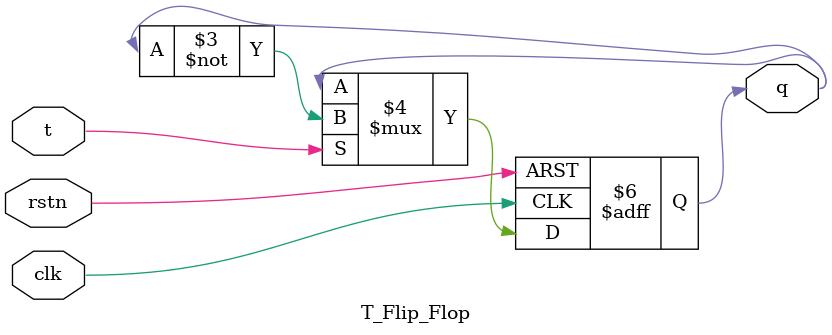
<source format=v>
module T_Flip_Flop(
    input clk, // Clock input
    input rstn, // Active-low asynchronous reset input
    input t, // Toggle input
    output reg q // Output representing the state of the T flip-flop
);

// T flip-flop process
always @(posedge clk or negedge rstn) // Sensitivity list includes positive edge of clock and negative edge of reset
begin
    if (!rstn) // If reset is asserted (active low)
        q <= 1'b0; // Set output q to logic 0
    else // If reset is not asserted
    begin
        if (t) // If toggle input is asserted
            q <= ~q; // Toggle output q (invert its value)
        // No need for an else statement here, as q should remain unchanged if t is not asserted
    end
end

endmodule

</source>
